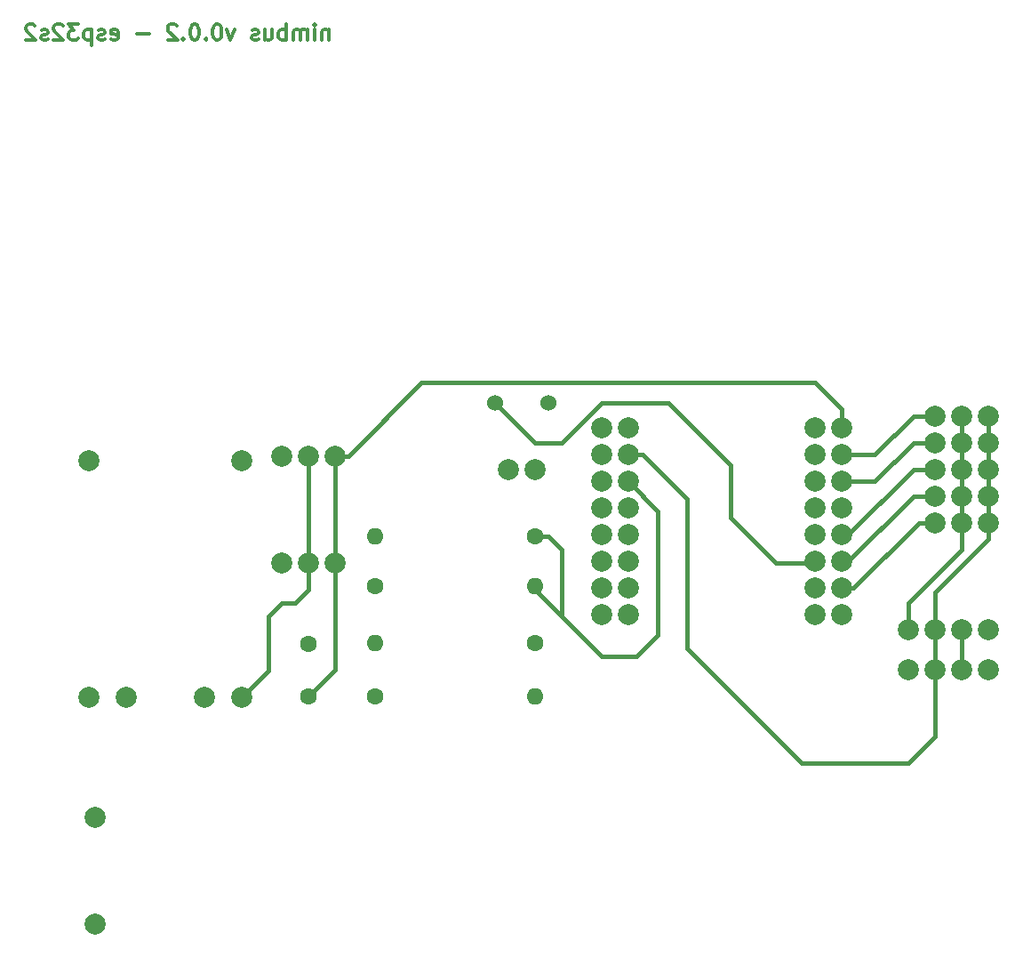
<source format=gbr>
%TF.GenerationSoftware,KiCad,Pcbnew,8.0.8-8.0.8-0~ubuntu24.10.1*%
%TF.CreationDate,2025-03-16T16:58:13+01:00*%
%TF.ProjectId,nimbus_pcb_2,6e696d62-7573-45f7-9063-625f322e6b69,rev?*%
%TF.SameCoordinates,Original*%
%TF.FileFunction,Copper,L2,Bot*%
%TF.FilePolarity,Positive*%
%FSLAX46Y46*%
G04 Gerber Fmt 4.6, Leading zero omitted, Abs format (unit mm)*
G04 Created by KiCad (PCBNEW 8.0.8-8.0.8-0~ubuntu24.10.1) date 2025-03-16 16:58:13*
%MOMM*%
%LPD*%
G01*
G04 APERTURE LIST*
%ADD10C,0.300000*%
%TA.AperFunction,NonConductor*%
%ADD11C,0.300000*%
%TD*%
%TA.AperFunction,ComponentPad*%
%ADD12C,2.000000*%
%TD*%
%TA.AperFunction,ComponentPad*%
%ADD13C,1.600000*%
%TD*%
%TA.AperFunction,ComponentPad*%
%ADD14O,1.600000X1.600000*%
%TD*%
%TA.AperFunction,ComponentPad*%
%ADD15C,1.524000*%
%TD*%
%TA.AperFunction,Conductor*%
%ADD16C,0.400000*%
%TD*%
%TA.AperFunction,Conductor*%
%ADD17C,0.200000*%
%TD*%
G04 APERTURE END LIST*
D10*
D11*
X94695489Y-67380828D02*
X94695489Y-68380828D01*
X94695489Y-67523685D02*
X94624060Y-67452257D01*
X94624060Y-67452257D02*
X94481203Y-67380828D01*
X94481203Y-67380828D02*
X94266917Y-67380828D01*
X94266917Y-67380828D02*
X94124060Y-67452257D01*
X94124060Y-67452257D02*
X94052632Y-67595114D01*
X94052632Y-67595114D02*
X94052632Y-68380828D01*
X93338346Y-68380828D02*
X93338346Y-67380828D01*
X93338346Y-66880828D02*
X93409774Y-66952257D01*
X93409774Y-66952257D02*
X93338346Y-67023685D01*
X93338346Y-67023685D02*
X93266917Y-66952257D01*
X93266917Y-66952257D02*
X93338346Y-66880828D01*
X93338346Y-66880828D02*
X93338346Y-67023685D01*
X92624060Y-68380828D02*
X92624060Y-67380828D01*
X92624060Y-67523685D02*
X92552631Y-67452257D01*
X92552631Y-67452257D02*
X92409774Y-67380828D01*
X92409774Y-67380828D02*
X92195488Y-67380828D01*
X92195488Y-67380828D02*
X92052631Y-67452257D01*
X92052631Y-67452257D02*
X91981203Y-67595114D01*
X91981203Y-67595114D02*
X91981203Y-68380828D01*
X91981203Y-67595114D02*
X91909774Y-67452257D01*
X91909774Y-67452257D02*
X91766917Y-67380828D01*
X91766917Y-67380828D02*
X91552631Y-67380828D01*
X91552631Y-67380828D02*
X91409774Y-67452257D01*
X91409774Y-67452257D02*
X91338345Y-67595114D01*
X91338345Y-67595114D02*
X91338345Y-68380828D01*
X90624060Y-68380828D02*
X90624060Y-66880828D01*
X90624060Y-67452257D02*
X90481203Y-67380828D01*
X90481203Y-67380828D02*
X90195488Y-67380828D01*
X90195488Y-67380828D02*
X90052631Y-67452257D01*
X90052631Y-67452257D02*
X89981203Y-67523685D01*
X89981203Y-67523685D02*
X89909774Y-67666542D01*
X89909774Y-67666542D02*
X89909774Y-68095114D01*
X89909774Y-68095114D02*
X89981203Y-68237971D01*
X89981203Y-68237971D02*
X90052631Y-68309400D01*
X90052631Y-68309400D02*
X90195488Y-68380828D01*
X90195488Y-68380828D02*
X90481203Y-68380828D01*
X90481203Y-68380828D02*
X90624060Y-68309400D01*
X88624060Y-67380828D02*
X88624060Y-68380828D01*
X89266917Y-67380828D02*
X89266917Y-68166542D01*
X89266917Y-68166542D02*
X89195488Y-68309400D01*
X89195488Y-68309400D02*
X89052631Y-68380828D01*
X89052631Y-68380828D02*
X88838345Y-68380828D01*
X88838345Y-68380828D02*
X88695488Y-68309400D01*
X88695488Y-68309400D02*
X88624060Y-68237971D01*
X87981202Y-68309400D02*
X87838345Y-68380828D01*
X87838345Y-68380828D02*
X87552631Y-68380828D01*
X87552631Y-68380828D02*
X87409774Y-68309400D01*
X87409774Y-68309400D02*
X87338345Y-68166542D01*
X87338345Y-68166542D02*
X87338345Y-68095114D01*
X87338345Y-68095114D02*
X87409774Y-67952257D01*
X87409774Y-67952257D02*
X87552631Y-67880828D01*
X87552631Y-67880828D02*
X87766917Y-67880828D01*
X87766917Y-67880828D02*
X87909774Y-67809400D01*
X87909774Y-67809400D02*
X87981202Y-67666542D01*
X87981202Y-67666542D02*
X87981202Y-67595114D01*
X87981202Y-67595114D02*
X87909774Y-67452257D01*
X87909774Y-67452257D02*
X87766917Y-67380828D01*
X87766917Y-67380828D02*
X87552631Y-67380828D01*
X87552631Y-67380828D02*
X87409774Y-67452257D01*
X85695488Y-67380828D02*
X85338345Y-68380828D01*
X85338345Y-68380828D02*
X84981202Y-67380828D01*
X84124059Y-66880828D02*
X83981202Y-66880828D01*
X83981202Y-66880828D02*
X83838345Y-66952257D01*
X83838345Y-66952257D02*
X83766917Y-67023685D01*
X83766917Y-67023685D02*
X83695488Y-67166542D01*
X83695488Y-67166542D02*
X83624059Y-67452257D01*
X83624059Y-67452257D02*
X83624059Y-67809400D01*
X83624059Y-67809400D02*
X83695488Y-68095114D01*
X83695488Y-68095114D02*
X83766917Y-68237971D01*
X83766917Y-68237971D02*
X83838345Y-68309400D01*
X83838345Y-68309400D02*
X83981202Y-68380828D01*
X83981202Y-68380828D02*
X84124059Y-68380828D01*
X84124059Y-68380828D02*
X84266917Y-68309400D01*
X84266917Y-68309400D02*
X84338345Y-68237971D01*
X84338345Y-68237971D02*
X84409774Y-68095114D01*
X84409774Y-68095114D02*
X84481202Y-67809400D01*
X84481202Y-67809400D02*
X84481202Y-67452257D01*
X84481202Y-67452257D02*
X84409774Y-67166542D01*
X84409774Y-67166542D02*
X84338345Y-67023685D01*
X84338345Y-67023685D02*
X84266917Y-66952257D01*
X84266917Y-66952257D02*
X84124059Y-66880828D01*
X82981203Y-68237971D02*
X82909774Y-68309400D01*
X82909774Y-68309400D02*
X82981203Y-68380828D01*
X82981203Y-68380828D02*
X83052631Y-68309400D01*
X83052631Y-68309400D02*
X82981203Y-68237971D01*
X82981203Y-68237971D02*
X82981203Y-68380828D01*
X81981202Y-66880828D02*
X81838345Y-66880828D01*
X81838345Y-66880828D02*
X81695488Y-66952257D01*
X81695488Y-66952257D02*
X81624060Y-67023685D01*
X81624060Y-67023685D02*
X81552631Y-67166542D01*
X81552631Y-67166542D02*
X81481202Y-67452257D01*
X81481202Y-67452257D02*
X81481202Y-67809400D01*
X81481202Y-67809400D02*
X81552631Y-68095114D01*
X81552631Y-68095114D02*
X81624060Y-68237971D01*
X81624060Y-68237971D02*
X81695488Y-68309400D01*
X81695488Y-68309400D02*
X81838345Y-68380828D01*
X81838345Y-68380828D02*
X81981202Y-68380828D01*
X81981202Y-68380828D02*
X82124060Y-68309400D01*
X82124060Y-68309400D02*
X82195488Y-68237971D01*
X82195488Y-68237971D02*
X82266917Y-68095114D01*
X82266917Y-68095114D02*
X82338345Y-67809400D01*
X82338345Y-67809400D02*
X82338345Y-67452257D01*
X82338345Y-67452257D02*
X82266917Y-67166542D01*
X82266917Y-67166542D02*
X82195488Y-67023685D01*
X82195488Y-67023685D02*
X82124060Y-66952257D01*
X82124060Y-66952257D02*
X81981202Y-66880828D01*
X80838346Y-68237971D02*
X80766917Y-68309400D01*
X80766917Y-68309400D02*
X80838346Y-68380828D01*
X80838346Y-68380828D02*
X80909774Y-68309400D01*
X80909774Y-68309400D02*
X80838346Y-68237971D01*
X80838346Y-68237971D02*
X80838346Y-68380828D01*
X80195488Y-67023685D02*
X80124060Y-66952257D01*
X80124060Y-66952257D02*
X79981203Y-66880828D01*
X79981203Y-66880828D02*
X79624060Y-66880828D01*
X79624060Y-66880828D02*
X79481203Y-66952257D01*
X79481203Y-66952257D02*
X79409774Y-67023685D01*
X79409774Y-67023685D02*
X79338345Y-67166542D01*
X79338345Y-67166542D02*
X79338345Y-67309400D01*
X79338345Y-67309400D02*
X79409774Y-67523685D01*
X79409774Y-67523685D02*
X80266917Y-68380828D01*
X80266917Y-68380828D02*
X79338345Y-68380828D01*
X77552632Y-67809400D02*
X76409775Y-67809400D01*
X73981203Y-68309400D02*
X74124060Y-68380828D01*
X74124060Y-68380828D02*
X74409775Y-68380828D01*
X74409775Y-68380828D02*
X74552632Y-68309400D01*
X74552632Y-68309400D02*
X74624060Y-68166542D01*
X74624060Y-68166542D02*
X74624060Y-67595114D01*
X74624060Y-67595114D02*
X74552632Y-67452257D01*
X74552632Y-67452257D02*
X74409775Y-67380828D01*
X74409775Y-67380828D02*
X74124060Y-67380828D01*
X74124060Y-67380828D02*
X73981203Y-67452257D01*
X73981203Y-67452257D02*
X73909775Y-67595114D01*
X73909775Y-67595114D02*
X73909775Y-67737971D01*
X73909775Y-67737971D02*
X74624060Y-67880828D01*
X73338346Y-68309400D02*
X73195489Y-68380828D01*
X73195489Y-68380828D02*
X72909775Y-68380828D01*
X72909775Y-68380828D02*
X72766918Y-68309400D01*
X72766918Y-68309400D02*
X72695489Y-68166542D01*
X72695489Y-68166542D02*
X72695489Y-68095114D01*
X72695489Y-68095114D02*
X72766918Y-67952257D01*
X72766918Y-67952257D02*
X72909775Y-67880828D01*
X72909775Y-67880828D02*
X73124061Y-67880828D01*
X73124061Y-67880828D02*
X73266918Y-67809400D01*
X73266918Y-67809400D02*
X73338346Y-67666542D01*
X73338346Y-67666542D02*
X73338346Y-67595114D01*
X73338346Y-67595114D02*
X73266918Y-67452257D01*
X73266918Y-67452257D02*
X73124061Y-67380828D01*
X73124061Y-67380828D02*
X72909775Y-67380828D01*
X72909775Y-67380828D02*
X72766918Y-67452257D01*
X72052632Y-67380828D02*
X72052632Y-68880828D01*
X72052632Y-67452257D02*
X71909775Y-67380828D01*
X71909775Y-67380828D02*
X71624060Y-67380828D01*
X71624060Y-67380828D02*
X71481203Y-67452257D01*
X71481203Y-67452257D02*
X71409775Y-67523685D01*
X71409775Y-67523685D02*
X71338346Y-67666542D01*
X71338346Y-67666542D02*
X71338346Y-68095114D01*
X71338346Y-68095114D02*
X71409775Y-68237971D01*
X71409775Y-68237971D02*
X71481203Y-68309400D01*
X71481203Y-68309400D02*
X71624060Y-68380828D01*
X71624060Y-68380828D02*
X71909775Y-68380828D01*
X71909775Y-68380828D02*
X72052632Y-68309400D01*
X70838346Y-66880828D02*
X69909774Y-66880828D01*
X69909774Y-66880828D02*
X70409774Y-67452257D01*
X70409774Y-67452257D02*
X70195489Y-67452257D01*
X70195489Y-67452257D02*
X70052632Y-67523685D01*
X70052632Y-67523685D02*
X69981203Y-67595114D01*
X69981203Y-67595114D02*
X69909774Y-67737971D01*
X69909774Y-67737971D02*
X69909774Y-68095114D01*
X69909774Y-68095114D02*
X69981203Y-68237971D01*
X69981203Y-68237971D02*
X70052632Y-68309400D01*
X70052632Y-68309400D02*
X70195489Y-68380828D01*
X70195489Y-68380828D02*
X70624060Y-68380828D01*
X70624060Y-68380828D02*
X70766917Y-68309400D01*
X70766917Y-68309400D02*
X70838346Y-68237971D01*
X69338346Y-67023685D02*
X69266918Y-66952257D01*
X69266918Y-66952257D02*
X69124061Y-66880828D01*
X69124061Y-66880828D02*
X68766918Y-66880828D01*
X68766918Y-66880828D02*
X68624061Y-66952257D01*
X68624061Y-66952257D02*
X68552632Y-67023685D01*
X68552632Y-67023685D02*
X68481203Y-67166542D01*
X68481203Y-67166542D02*
X68481203Y-67309400D01*
X68481203Y-67309400D02*
X68552632Y-67523685D01*
X68552632Y-67523685D02*
X69409775Y-68380828D01*
X69409775Y-68380828D02*
X68481203Y-68380828D01*
X67909775Y-68309400D02*
X67766918Y-68380828D01*
X67766918Y-68380828D02*
X67481204Y-68380828D01*
X67481204Y-68380828D02*
X67338347Y-68309400D01*
X67338347Y-68309400D02*
X67266918Y-68166542D01*
X67266918Y-68166542D02*
X67266918Y-68095114D01*
X67266918Y-68095114D02*
X67338347Y-67952257D01*
X67338347Y-67952257D02*
X67481204Y-67880828D01*
X67481204Y-67880828D02*
X67695490Y-67880828D01*
X67695490Y-67880828D02*
X67838347Y-67809400D01*
X67838347Y-67809400D02*
X67909775Y-67666542D01*
X67909775Y-67666542D02*
X67909775Y-67595114D01*
X67909775Y-67595114D02*
X67838347Y-67452257D01*
X67838347Y-67452257D02*
X67695490Y-67380828D01*
X67695490Y-67380828D02*
X67481204Y-67380828D01*
X67481204Y-67380828D02*
X67338347Y-67452257D01*
X66695489Y-67023685D02*
X66624061Y-66952257D01*
X66624061Y-66952257D02*
X66481204Y-66880828D01*
X66481204Y-66880828D02*
X66124061Y-66880828D01*
X66124061Y-66880828D02*
X65981204Y-66952257D01*
X65981204Y-66952257D02*
X65909775Y-67023685D01*
X65909775Y-67023685D02*
X65838346Y-67166542D01*
X65838346Y-67166542D02*
X65838346Y-67309400D01*
X65838346Y-67309400D02*
X65909775Y-67523685D01*
X65909775Y-67523685D02*
X66766918Y-68380828D01*
X66766918Y-68380828D02*
X65838346Y-68380828D01*
D12*
%TO.P,U5,1,PIN*%
%TO.N,Net-(U5-PIN)*%
X152400000Y-114300000D03*
%TO.P,U5,2,VCC*%
%TO.N,+3.3V*%
X154940000Y-114300000D03*
%TO.P,U5,3,GND*%
%TO.N,GND*%
X157480000Y-114300000D03*
%TD*%
%TO.P,U4,1,PIN*%
%TO.N,Net-(U4-PIN)*%
X152400000Y-111760000D03*
%TO.P,U4,2,VCC*%
%TO.N,+3.3V*%
X154940000Y-111760000D03*
%TO.P,U4,3,GND*%
%TO.N,GND*%
X157480000Y-111760000D03*
%TD*%
%TO.P,U3,1,PIN*%
%TO.N,Net-(U3-PIN)*%
X152400000Y-109220000D03*
%TO.P,U3,2,VCC*%
%TO.N,+3.3V*%
X154940000Y-109220000D03*
%TO.P,U3,3,GND*%
%TO.N,GND*%
X157480000Y-109220000D03*
%TD*%
%TO.P,U2,1,PIN*%
%TO.N,Net-(U2-PIN)*%
X152400000Y-106680000D03*
%TO.P,U2,2,VCC*%
%TO.N,+3.3V*%
X154940000Y-106680000D03*
%TO.P,U2,3,GND*%
%TO.N,GND*%
X157480000Y-106680000D03*
%TD*%
D13*
%TO.P,R2,1*%
%TO.N,Net-(esp32s1-16)*%
X114300000Y-125730000D03*
D14*
%TO.P,R2,2*%
%TO.N,BATT*%
X99060000Y-125730000D03*
%TD*%
D12*
%TO.P,Solar_charger1,1,OUT-*%
%TO.N,GND*%
X75360000Y-130940000D03*
%TO.P,Solar_charger1,2,BAT-*%
X71860000Y-130940000D03*
%TO.P,Solar_charger1,3,BAT+*%
%TO.N,OUT_CHARGER*%
X86360000Y-130940000D03*
%TO.P,Solar_charger1,4,OUT+*%
%TO.N,BATT*%
X82860000Y-130940000D03*
%TO.P,Solar_charger1,5,SOLR-*%
%TO.N,GND*%
X71860000Y-108440000D03*
%TO.P,Solar_charger1,6,SOLR+*%
%TO.N,SOL*%
X86360000Y-108440000D03*
%TD*%
%TO.P,battery1,1,4.2V*%
%TO.N,BATT*%
X72390000Y-152490000D03*
%TO.P,battery1,2,GND*%
%TO.N,GND*%
X72390000Y-142330000D03*
%TD*%
%TO.P,solar_panel1,1,solar+*%
%TO.N,SOL*%
X111760000Y-109220000D03*
%TO.P,solar_panel1,2,GND*%
%TO.N,GND*%
X114300000Y-109220000D03*
%TD*%
%TO.P,i2c_breakout_1,1,VCC*%
%TO.N,+3.3V*%
X149860000Y-124460000D03*
%TO.P,i2c_breakout_1,2,GND*%
%TO.N,GND*%
X152400000Y-124460000D03*
%TO.P,i2c_breakout_1,3,SCL*%
%TO.N,Net-(i2c_breakout_1-SCL)*%
X154940000Y-124460000D03*
%TO.P,i2c_breakout_1,4,SDA*%
%TO.N,Net-(esp32s1-9)*%
X157480000Y-124460000D03*
%TD*%
D15*
%TO.P,Reset1,1,RST*%
%TO.N,Net-(Reset1-RST)*%
X110490000Y-102870000D03*
%TO.P,Reset1,2,GND*%
%TO.N,GND*%
X115570000Y-102870000D03*
%TD*%
D13*
%TO.P,R4,1*%
%TO.N,Net-(esp32s1-17)*%
X114300000Y-115570000D03*
D14*
%TO.P,R4,2*%
%TO.N,SOL*%
X99060000Y-115570000D03*
%TD*%
D13*
%TO.P,R3,1*%
%TO.N,GND*%
X99060000Y-120320000D03*
D14*
%TO.P,R3,2*%
%TO.N,Net-(esp32s1-17)*%
X114300000Y-120320000D03*
%TD*%
D12*
%TO.P,i2c_breakout_2,1,VCC*%
%TO.N,+3.3V*%
X149860000Y-128270000D03*
%TO.P,i2c_breakout_2,2,GND*%
%TO.N,GND*%
X152400000Y-128270000D03*
%TO.P,i2c_breakout_2,3,SCL*%
%TO.N,Net-(i2c_breakout_1-SCL)*%
X154940000Y-128270000D03*
%TO.P,i2c_breakout_2,4,SDA*%
%TO.N,Net-(esp32s1-9)*%
X157480000Y-128270000D03*
%TD*%
D13*
%TO.P,C1,1*%
%TO.N,+3.3V*%
X92710000Y-130830000D03*
%TO.P,C1,2*%
%TO.N,GND*%
X92710000Y-125830000D03*
%TD*%
D12*
%TO.P,esp32s2,1,3V3*%
%TO.N,+3.3V*%
X143510000Y-105310000D03*
%TO.P,esp32s2,2,14*%
%TO.N,unconnected-(esp32s1-14-Pad2)*%
X140970000Y-105310000D03*
%TO.P,esp32s2,3,12*%
%TO.N,Net-(U1-PIN)*%
X143510000Y-107850000D03*
%TO.P,esp32s2,4,13*%
%TO.N,unconnected-(esp32s1-13-Pad4)*%
X140970000Y-107850000D03*
%TO.P,esp32s2,5,11*%
%TO.N,Net-(U2-PIN)*%
X143510000Y-110390000D03*
%TO.P,esp32s2,6,10*%
%TO.N,unconnected-(esp32s1-10-Pad6)*%
X140970000Y-110390000D03*
%TO.P,esp32s2,7,9*%
%TO.N,Net-(esp32s1-9)*%
X143510000Y-112930000D03*
%TO.P,esp32s2,8,8*%
%TO.N,Net-(i2c_breakout_1-SCL)*%
X140970000Y-112930000D03*
%TO.P,esp32s2,9,7*%
%TO.N,Net-(U3-PIN)*%
X143510000Y-115470000D03*
%TO.P,esp32s2,10,6*%
%TO.N,unconnected-(esp32s1-6-Pad10)*%
X140970000Y-115470000D03*
%TO.P,esp32s2,11,5*%
%TO.N,Net-(U4-PIN)*%
X143510000Y-118010000D03*
%TO.P,esp32s2,12,4*%
%TO.N,Net-(Reset1-RST)*%
X140970000Y-118010000D03*
%TO.P,esp32s2,13,3*%
%TO.N,Net-(U5-PIN)*%
X143510000Y-120550000D03*
%TO.P,esp32s2,14,2*%
%TO.N,unconnected-(esp32s1-2-Pad14)*%
X140970000Y-120550000D03*
%TO.P,esp32s2,15,EN*%
%TO.N,unconnected-(esp32s1-EN-Pad15)*%
X143510000Y-123090000D03*
%TO.P,esp32s2,16,1*%
%TO.N,unconnected-(esp32s1-1-Pad16)*%
X140970000Y-123090000D03*
%TO.P,esp32s2,17,15*%
%TO.N,unconnected-(esp32s1-15-Pad17)*%
X123190000Y-105310000D03*
%TO.P,esp32s2,18,VBUS*%
%TO.N,unconnected-(esp32s1-VBUS-Pad18)*%
X120650000Y-105310000D03*
%TO.P,esp32s2,19,GND*%
%TO.N,GND*%
X123190000Y-107850000D03*
%TO.P,esp32s2,20,GND*%
X120650000Y-107850000D03*
%TO.P,esp32s2,21,17*%
%TO.N,Net-(esp32s1-17)*%
X123190000Y-110390000D03*
%TO.P,esp32s2,22,16*%
%TO.N,Net-(esp32s1-16)*%
X120650000Y-110390000D03*
%TO.P,esp32s2,23,21*%
%TO.N,unconnected-(esp32s1-21-Pad23)*%
X123190000Y-112930000D03*
%TO.P,esp32s2,24,18*%
%TO.N,unconnected-(esp32s1-18-Pad24)*%
X120650000Y-112930000D03*
%TO.P,esp32s2,25,34*%
%TO.N,unconnected-(esp32s1-34-Pad25)*%
X123190000Y-115470000D03*
%TO.P,esp32s2,26,33*%
%TO.N,unconnected-(esp32s1-33-Pad26)*%
X120650000Y-115470000D03*
%TO.P,esp32s2,27,36*%
%TO.N,unconnected-(esp32s1-36-Pad27)*%
X123190000Y-118010000D03*
%TO.P,esp32s2,28,35*%
%TO.N,unconnected-(esp32s1-35-Pad28)*%
X120650000Y-118010000D03*
%TO.P,esp32s2,29,38*%
%TO.N,unconnected-(esp32s1-38-Pad29)*%
X123190000Y-120550000D03*
%TO.P,esp32s2,30,37*%
%TO.N,unconnected-(esp32s1-37-Pad30)*%
X120650000Y-120550000D03*
%TO.P,esp32s2,31,40*%
%TO.N,unconnected-(esp32s1-40-Pad31)*%
X123190000Y-123090000D03*
%TO.P,esp32s2,32,39*%
%TO.N,unconnected-(esp32s1-39-Pad32)*%
X120650000Y-123090000D03*
%TD*%
%TO.P,ht1,1,GND*%
%TO.N,GND*%
X90170000Y-118110000D03*
%TO.P,ht1,2,VCC*%
%TO.N,OUT_CHARGER*%
X92710000Y-118110000D03*
%TO.P,ht1,3,3v3*%
%TO.N,+3.3V*%
X95250000Y-118110000D03*
%TD*%
%TO.P,ht2,1,GND*%
%TO.N,GND*%
X90170000Y-107950000D03*
%TO.P,ht2,2,VCC*%
%TO.N,OUT_CHARGER*%
X92710000Y-107950000D03*
%TO.P,ht2,3,3v3*%
%TO.N,+3.3V*%
X95250000Y-107950000D03*
%TD*%
D13*
%TO.P,R1,1*%
%TO.N,GND*%
X99060000Y-130810000D03*
D14*
%TO.P,R1,2*%
%TO.N,Net-(esp32s1-16)*%
X114300000Y-130810000D03*
%TD*%
D12*
%TO.P,U1,1,PIN*%
%TO.N,Net-(U1-PIN)*%
X152400000Y-104140000D03*
%TO.P,U1,2,VCC*%
%TO.N,+3.3V*%
X154940000Y-104140000D03*
%TO.P,U1,3,GND*%
%TO.N,GND*%
X157480000Y-104140000D03*
%TD*%
D16*
%TO.N,GND*%
X157480000Y-104140000D02*
X157480000Y-114300000D01*
%TO.N,+3.3V*%
X154940000Y-104140000D02*
X154940000Y-114300000D01*
%TO.N,Net-(U5-PIN)*%
X143510000Y-120550000D02*
X144626000Y-120550000D01*
X144626000Y-120550000D02*
X150876000Y-114300000D01*
X150876000Y-114300000D02*
X152400000Y-114300000D01*
%TO.N,Net-(U1-PIN)*%
X146658000Y-107850000D02*
X150368000Y-104140000D01*
X143510000Y-107850000D02*
X146658000Y-107850000D01*
X150368000Y-104140000D02*
X152400000Y-104140000D01*
%TO.N,Net-(U2-PIN)*%
X143510000Y-110390000D02*
X146658000Y-110390000D01*
X150368000Y-106680000D02*
X152400000Y-106680000D01*
X146658000Y-110390000D02*
X150368000Y-106680000D01*
%TO.N,Net-(U3-PIN)*%
X144118000Y-115470000D02*
X150368000Y-109220000D01*
X150368000Y-109220000D02*
X152400000Y-109220000D01*
X143510000Y-115470000D02*
X144118000Y-115470000D01*
%TO.N,Net-(U4-PIN)*%
X143510000Y-118010000D02*
X144118000Y-118010000D01*
X144118000Y-118010000D02*
X150368000Y-111760000D01*
X150368000Y-111760000D02*
X152400000Y-111760000D01*
%TO.N,+3.3V*%
X154940000Y-114300000D02*
X154940000Y-116840000D01*
X154940000Y-116840000D02*
X149860000Y-121920000D01*
X149860000Y-121920000D02*
X149860000Y-124460000D01*
%TO.N,GND*%
X152400000Y-124460000D02*
X152400000Y-120904000D01*
X152400000Y-120904000D02*
X157480000Y-115824000D01*
X157480000Y-115824000D02*
X157480000Y-114300000D01*
%TO.N,BATT*%
X82490000Y-130940000D02*
X82490000Y-130510000D01*
%TO.N,GND*%
X128778000Y-112014000D02*
X128778000Y-126238000D01*
D17*
X99390000Y-120650000D02*
X99060000Y-120320000D01*
D16*
X128778000Y-126238000D02*
X139700000Y-137160000D01*
X149860000Y-137160000D02*
X152400000Y-134620000D01*
X124614000Y-107850000D02*
X128778000Y-112014000D01*
X152400000Y-124460000D02*
X152400000Y-128270000D01*
X139700000Y-137160000D02*
X149860000Y-137160000D01*
X152400000Y-134620000D02*
X152400000Y-128270000D01*
X123190000Y-107850000D02*
X124614000Y-107850000D01*
%TO.N,+3.3V*%
X103470000Y-101000000D02*
X96520000Y-107950000D01*
X143510000Y-103510000D02*
X141000000Y-101000000D01*
X141000000Y-101000000D02*
X103470000Y-101000000D01*
X143510000Y-105310000D02*
X143510000Y-103510000D01*
X95250000Y-128290000D02*
X95250000Y-118110000D01*
X95250000Y-128290000D02*
X92710000Y-130830000D01*
X96520000Y-107950000D02*
X95250000Y-107950000D01*
X95250000Y-108050000D02*
X95250000Y-107750000D01*
X95250000Y-107950000D02*
X95250000Y-118110000D01*
%TO.N,Net-(Reset1-RST)*%
X140870000Y-118110000D02*
X140970000Y-118010000D01*
X114300000Y-106680000D02*
X116840000Y-106680000D01*
X132969000Y-108839000D02*
X132969000Y-113792000D01*
X137287000Y-118110000D02*
X140870000Y-118110000D01*
X116840000Y-106680000D02*
X120650000Y-102870000D01*
X132969000Y-113792000D02*
X137287000Y-118110000D01*
X127000000Y-102870000D02*
X132969000Y-108839000D01*
X110490000Y-102870000D02*
X114300000Y-106680000D01*
X120650000Y-102870000D02*
X127000000Y-102870000D01*
%TO.N,Net-(i2c_breakout_1-SCL)*%
X154940000Y-124460000D02*
X154940000Y-128270000D01*
%TO.N,Net-(esp32s1-17)*%
X116840000Y-116840000D02*
X115570000Y-115570000D01*
X126000000Y-113200000D02*
X123190000Y-110390000D01*
D17*
X113870000Y-116000000D02*
X114300000Y-115570000D01*
D16*
X114300000Y-120650000D02*
X114300000Y-120320000D01*
X126000000Y-125000000D02*
X124000000Y-127000000D01*
X116840000Y-123190000D02*
X114300000Y-120650000D01*
X115570000Y-115570000D02*
X114300000Y-115570000D01*
X116840000Y-123190000D02*
X116840000Y-116840000D01*
X126000000Y-113200000D02*
X126000000Y-125000000D01*
X120650000Y-127000000D02*
X116840000Y-123190000D01*
X124000000Y-127000000D02*
X120650000Y-127000000D01*
%TO.N,OUT_CHARGER*%
X91440000Y-121920000D02*
X92710000Y-120650000D01*
X92710000Y-120650000D02*
X92710000Y-118210000D01*
X90170000Y-121920000D02*
X91440000Y-121920000D01*
D17*
X92710000Y-108050000D02*
X92950000Y-108050000D01*
D16*
X88900000Y-123190000D02*
X90170000Y-121920000D01*
X86360000Y-130940000D02*
X88900000Y-128400000D01*
X92710000Y-107950000D02*
X92710000Y-118110000D01*
D17*
X92950000Y-108050000D02*
X93000000Y-108000000D01*
D16*
X88900000Y-128400000D02*
X88900000Y-123190000D01*
%TD*%
M02*

</source>
